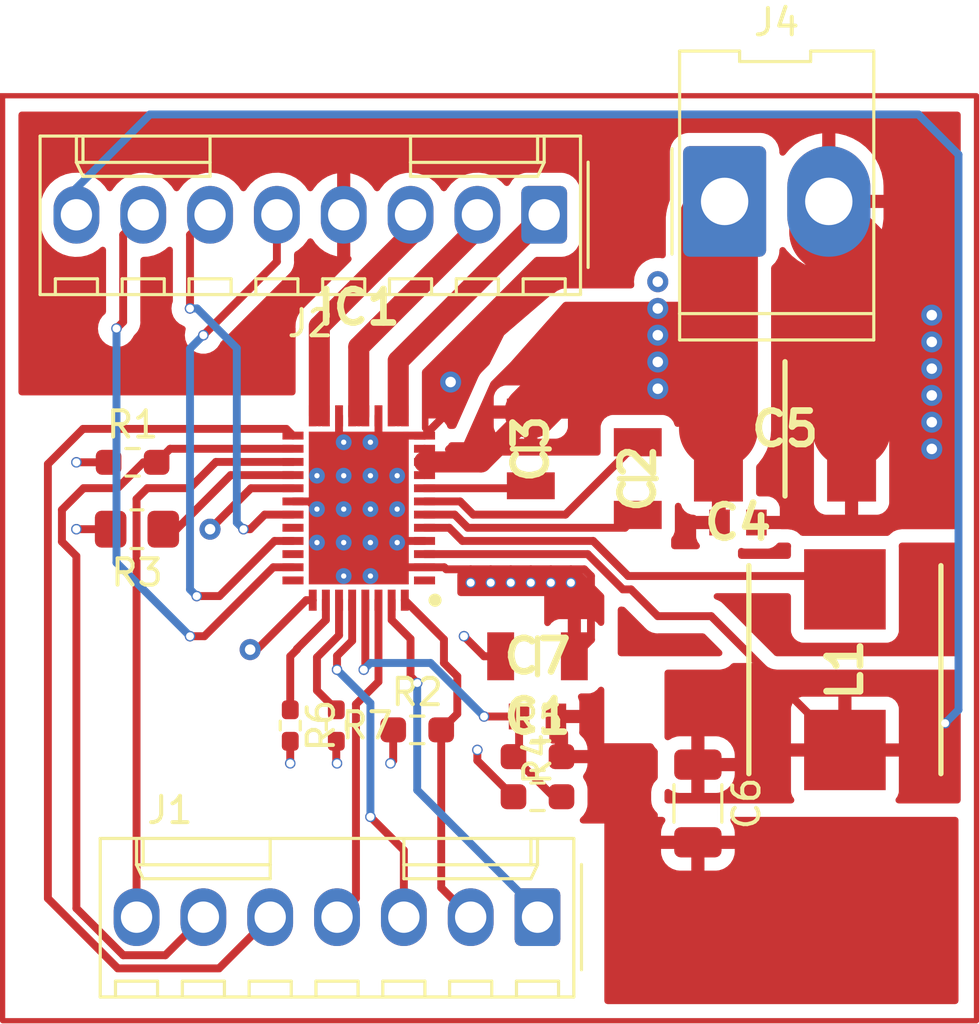
<source format=kicad_pcb>
(kicad_pcb (version 20221018) (generator pcbnew)
  (layers (0 "F.Cu" signal) (1 "In1.Cu" signal) (2 "In2.Cu" signal) (31 "B.Cu" signal) (34 "B.Paste" user) (35 "F.Paste" user) (36 "B.SilkS" user "B.Silkscreen") (37 "F.SilkS" user "F.Silkscreen") (38 "B.Mask" user) (39 "F.Mask" user) (44 "Edge.Cuts" user))
  (net 0 "")
  (net 1 "Net-(IC1-ILIM)")
  (net 2 "GND")
  (net 3 "/Motor Driver/VM")
  (net 4 "/Motor Driver/SW_BK")
  (net 5 "Net-(IC1-CP)")
  (net 6 "/Motor Driver/AVDD")
  (net 7 "Net-(IC1-CPH)")
  (net 8 "Net-(IC1-CPL)")
  (net 9 "/Motor Driver/U")
  (net 10 "/Motor Driver/V")
  (net 12 "Net-(IC1-SW_BK)")
  (net 13 "Net-(IC1-VSEL_BK)")
  (net 17 "Net-(IC1-SLEW)")
  (net 18 "Net-(IC1-ADVANCE)")
  (net 19 "/Motor Driver/W")
  (net 20 "/Motor Driver/DRVOFF")
  (net 21 "/Motor Driver/nFAULT")
  (net 22 "/Motor Driver/nSleep")
  (net 23 "/Motor Driver/H1")
  (net 24 "/Motor Driver/H2")
  (net 25 "/Motor Driver/H3")
  (net 26 "/Motor Driver/DIR")
  (net 27 "/Motor Driver/BRAKE")
  (net 28 "/Motor Driver/PWM")
  (net 29 "/Motor Driver/FGOUT")
  (footprint "SamacSys_Parts:CAPC3216X180N" (layer "F.Cu") (at 133.604 80.882 -90)
    (fp_text reference "C2" (at 0 0 90) (layer "F.SilkS") (effects (font (size 1.27 1.27) (thickness 0.254))))
    (fp_text value "47nF" hide)
    (pad "1" smd rect (at -1.38 0 270) (size 1.07 1.82) (layers "F.Cu" "F.Paste" "F.Mask") (net 7 "Net-(IC1-CPH)"))
    (pad "2" smd rect (at 1.38 0 270) (size 1.07 1.82) (layers "F.Cu" "F.Paste" "F.Mask") (net 8 "Net-(IC1-CPL)"))
  )
  (footprint "Resistor_SMD:R_0603_1608Metric_Pad0.98x0.95mm_HandSolder" (layer "F.Cu") (at 114.4035 80.264)
    (fp_text reference "R1" (at 0 -1.43) (layer "F.SilkS"))
    (fp_text value "5k1")
    (pad "1" smd roundrect (at -0.9125 0) (size 0.975 0.95) (layers "F.Cu" "F.Paste" "F.Mask") (net 6 "/Motor Driver/AVDD"))
    (pad "2" smd roundrect (at 0.9125 0) (size 0.975 0.95) (layers "F.Cu" "F.Paste" "F.Mask") (net 21 "/Motor Driver/nFAULT"))
  )
  (footprint "Resistor_SMD:R_0402_1005Metric_Pad0.72x0.64mm_HandSolder" (layer "F.Cu") (at 120.396 90.2595 -90)
    (fp_text reference "R6" (at 0 -1.17 90) (layer "F.SilkS"))
    (fp_text value "47k")
    (pad "1" smd roundrect (at -0.5975 0 270) (size 0.715 0.64) (layers "F.Cu" "F.Paste" "F.Mask") (net 17 "Net-(IC1-SLEW)"))
    (pad "2" smd roundrect (at 0.5975 0 270) (size 0.715 0.64) (layers "F.Cu" "F.Paste" "F.Mask") (net 6 "/Motor Driver/AVDD"))
  )
  (footprint "SamacSys_Parts:CAPC1608X95N" (layer "F.Cu") (at 137.414 82.55)
    (fp_text reference "C4" (at 0 0) (layer "F.SilkS") (effects (font (size 1.27 1.27) (thickness 0.254))))
    (fp_text value "0u1F" hide)
    (pad "1" smd rect (at -0.7 0) (size 0.78 0.98) (layers "F.Cu" "F.Paste" "F.Mask") (net 3 "/Motor Driver/VM"))
    (pad "2" smd rect (at 0.7 0) (size 0.78 0.98) (layers "F.Cu" "F.Paste" "F.Mask") (net 2 "GND"))
  )
  (footprint "Capacitor_SMD:C_1206_3216Metric" (layer "F.Cu") (at 135.89 93.218 -90)
    (fp_text reference "C6" (at 0 -1.85 90) (layer "F.SilkS"))
    (fp_text value "22uF")
    (pad "1" smd roundrect (at -1.475 0 270) (size 1.15 1.8) (layers "F.Cu" "F.Paste" "F.Mask") (roundrect_rratio 0.217391) (net 4 "/Motor Driver/SW_BK"))
    (pad "2" smd roundrect (at 1.475 0 270) (size 1.15 1.8) (layers "F.Cu" "F.Paste" "F.Mask") (roundrect_rratio 0.217391) (net 2 "GND"))
  )
  (footprint "SamacSys_Parts:CAPC1608X95N" (layer "F.Cu") (at 129.794 89.916)
    (fp_text reference "C1" (at 0 0) (layer "F.SilkS") (effects (font (size 1.27 1.27) (thickness 0.254))))
    (fp_text value "0u1F" hide)
    (pad "1" smd rect (at -0.7 0) (size 0.78 0.98) (layers "F.Cu" "F.Paste" "F.Mask") (net 1 "Net-(IC1-ILIM)"))
    (pad "2" smd rect (at 0.7 0) (size 0.78 0.98) (layers "F.Cu" "F.Paste" "F.Mask") (net 2 "GND"))
  )
  (footprint "Connector_Molex:Molex_KK-254_AE-6410-08A_1x08_P2.54mm_Vertical" (layer "F.Cu") (at 130.048 70.866 180)
    (fp_text reference "J2" (at 8.89 -4.12) (layer "F.SilkS"))
    (fp_text value "Motor")
    (pad "1" thru_hole roundrect (at 0 0 180) (size 1.74 2.19) (drill 1.19) (layers "*.Cu" "*.Mask") (roundrect_rratio 0.143678) (net 9 "/Motor Driver/U"))
    (pad "2" thru_hole oval (at 2.54 0 180) (size 1.74 2.19) (drill 1.19) (layers "*.Cu" "*.Mask") (net 10 "/Motor Driver/V"))
    (pad "3" thru_hole oval (at 5.08 0 180) (size 1.74 2.19) (drill 1.19) (layers "*.Cu" "*.Mask") (net 19 "/Motor Driver/W"))
    (pad "4" thru_hole oval (at 7.62 0 180) (size 1.74 2.19) (drill 1.19) (layers "*.Cu" "*.Mask") (net 2 "GND"))
    (pad "5" thru_hole oval (at 10.16 0 180) (size 1.74 2.19) (drill 1.19) (layers "*.Cu" "*.Mask") (net 24 "/Motor Driver/H2"))
    (pad "6" thru_hole oval (at 12.7 0 180) (size 1.74 2.19) (drill 1.19) (layers "*.Cu" "*.Mask") (net 23 "/Motor Driver/H1"))
    (pad "7" thru_hole oval (at 15.24 0 180) (size 1.74 2.19) (drill 1.19) (layers "*.Cu" "*.Mask") (net 25 "/Motor Driver/H3"))
    (pad "8" thru_hole oval (at 17.78 0 180) (size 1.74 2.19) (drill 1.19) (layers "*.Cu" "*.Mask") (net 4 "/Motor Driver/SW_BK"))
  )
  (footprint "Connector_Molex:Molex_KK-254_AE-6410-07A_1x07_P2.54mm_Vertical" (layer "F.Cu") (at 129.794 97.536 180)
    (fp_text reference "J1" (at 13.97 4.064) (layer "F.SilkS"))
    (fp_text value "Conn_01x07")
    (pad "1" thru_hole roundrect (at 0 0 180) (size 1.74 2.19) (drill 1.19) (layers "*.Cu" "*.Mask") (roundrect_rratio 0.143678) (net 28 "/Motor Driver/PWM"))
    (pad "2" thru_hole oval (at 2.54 0 180) (size 1.74 2.19) (drill 1.19) (layers "*.Cu" "*.Mask") (net 29 "/Motor Driver/FGOUT"))
    (pad "3" thru_hole oval (at 5.08 0 180) (size 1.74 2.19) (drill 1.19) (layers "*.Cu" "*.Mask") (net 26 "/Motor Driver/DIR"))
    (pad "4" thru_hole oval (at 7.62 0 180) (size 1.74 2.19) (drill 1.19) (layers "*.Cu" "*.Mask") (net 27 "/Motor Driver/BRAKE"))
    (pad "5" thru_hole oval (at 10.16 0 180) (size 1.74 2.19) (drill 1.19) (layers "*.Cu" "*.Mask") (net 20 "/Motor Driver/DRVOFF"))
    (pad "6" thru_hole oval (at 12.7 0 180) (size 1.74 2.19) (drill 1.19) (layers "*.Cu" "*.Mask") (net 21 "/Motor Driver/nFAULT"))
    (pad "7" thru_hole oval (at 15.24 0 180) (size 1.74 2.19) (drill 1.19) (layers "*.Cu" "*.Mask") (net 22 "/Motor Driver/nSleep"))
  )
  (footprint "SamacSys_Parts:CAPC3216X178N" (layer "F.Cu") (at 129.54 79.756 90)
    (fp_text reference "C3" (at 0 0 90) (layer "F.SilkS") (effects (font (size 1.27 1.27) (thickness 0.254))))
    (fp_text value "1uF" hide)
    (pad "1" smd rect (at -1.4 0 90) (size 1.02 1.82) (layers "F.Cu" "F.Paste" "F.Mask") (net 5 "Net-(IC1-CP)"))
    (pad "2" smd rect (at 1.4 0 90) (size 1.02 1.82) (layers "F.Cu" "F.Paste" "F.Mask") (net 3 "/Motor Driver/VM"))
  )
  (footprint "Resistor_SMD:R_0603_1608Metric_Pad0.98x0.95mm_HandSolder" (layer "F.Cu") (at 129.794 91.44)
    (fp_text reference "R5" (at 0 -1.43) (layer "F.SilkS"))
    (fp_text value "20k")
    (pad "1" smd roundrect (at -0.9125 0) (size 0.975 0.95) (layers "F.Cu" "F.Paste" "F.Mask") (net 1 "Net-(IC1-ILIM)"))
    (pad "2" smd roundrect (at 0.9125 0) (size 0.975 0.95) (layers "F.Cu" "F.Paste" "F.Mask") (net 2 "GND"))
  )
  (footprint "SamacSys_Parts:INDPM7973X540N" (layer "F.Cu") (at 141.478 88.138 -90)
    (fp_text reference "L1" (at 0 0 90) (layer "F.SilkS") (effects (font (size 1.27 1.27) (thickness 0.254))))
    (fp_text value "47uH" hide)
    (pad "1" smd rect (at -3.05 0 270) (size 3.05 3.1) (layers "F.Cu" "F.Paste" "F.Mask") (net 12 "Net-(IC1-SW_BK)"))
    (pad "2" smd rect (at 3.05 0 270) (size 3.05 3.1) (layers "F.Cu" "F.Paste" "F.Mask") (net 4 "/Motor Driver/SW_BK"))
  )
  (footprint "Resistor_SMD:R_0603_1608Metric_Pad0.98x0.95mm_HandSolder" (layer "F.Cu") (at 125.222 90.424)
    (fp_text reference "R2" (at 0 -1.43) (layer "F.SilkS"))
    (fp_text value "5k1")
    (pad "1" smd roundrect (at -0.9125 0) (size 0.975 0.95) (layers "F.Cu" "F.Paste" "F.Mask") (net 6 "/Motor Driver/AVDD"))
    (pad "2" smd roundrect (at 0.9125 0) (size 0.975 0.95) (layers "F.Cu" "F.Paste" "F.Mask") (net 29 "/Motor Driver/FGOUT"))
  )
  (footprint "Connector_Molex:Molex_KK-396_5273-02A_1x02_P3.96mm_Vertical" (layer "F.Cu") (at 136.906 70.358)
    (fp_text reference "J4" (at 1.98 -6.8) (layer "F.SilkS"))
    (fp_text value "Conn_01x02")
    (pad "1" thru_hole roundrect (at 0 0) (size 3.16 4.2) (drill 1.8) (layers "*.Cu" "*.Mask") (roundrect_rratio 0.079114) (net 3 "/Motor Driver/VM"))
    (pad "2" thru_hole oval (at 3.96 0) (size 3.16 4.2) (drill 1.8) (layers "*.Cu" "*.Mask") (net 2 "GND"))
  )
  (footprint "SamacSys_Parts:CAPC3216X178N" (layer "F.Cu") (at 129.794 87.63)
    (fp_text reference "C7" (at 0 0) (layer "F.SilkS") (effects (font (size 1.27 1.27) (thickness 0.254))))
    (fp_text value "1uF" hide)
    (pad "1" smd rect (at -1.4 0) (size 1.02 1.82) (layers "F.Cu" "F.Paste" "F.Mask") (net 6 "/Motor Driver/AVDD"))
    (pad "2" smd rect (at 1.4 0) (size 1.02 1.82) (layers "F.Cu" "F.Paste" "F.Mask") (net 2 "GND"))
  )
  (footprint "Resistor_SMD:R_0603_1608Metric_Pad0.98x0.95mm_HandSolder" (layer "F.Cu") (at 129.794 92.964)
    (fp_text reference "R4" (at 0 -1.43 90) (layer "F.SilkS"))
    (fp_text value "27k")
    (pad "1" smd roundrect (at -0.9125 0) (size 0.975 0.95) (layers "F.Cu" "F.Paste" "F.Mask") (net 6 "/Motor Driver/AVDD"))
    (pad "2" smd roundrect (at 0.9125 0) (size 0.975 0.95) (layers "F.Cu" "F.Paste" "F.Mask") (net 1 "Net-(IC1-ILIM)"))
  )
  (footprint "Resistor_SMD:R_0402_1005Metric_Pad0.72x0.64mm_HandSolder" (layer "F.Cu") (at 122.146 90.2595 -90)
    (fp_text reference "R7" (at 0 -1.17) (layer "F.SilkS"))
    (fp_text value "22k")
    (pad "1" smd roundrect (at -0.5975 0 270) (size 0.715 0.64) (layers "F.Cu" "F.Paste" "F.Mask") (net 18 "Net-(IC1-ADVANCE)"))
    (pad "2" smd roundrect (at 0.5975 0 270) (size 0.715 0.64) (layers "F.Cu" "F.Paste" "F.Mask") (net 6 "/Motor Driver/AVDD"))
  )
  (footprint "SamacSys_Parts:CAPC6153X500N" (layer "F.Cu") (at 139.202 78.994)
    (fp_text reference "C5" (at 0 0) (layer "F.SilkS") (effects (font (size 1.27 1.27) (thickness 0.254))))
    (fp_text value ">=10uF" hide)
    (pad "1" smd rect (at -2.53 0) (size 1.86 5.52) (layers "F.Cu" "F.Paste" "F.Mask") (net 3 "/Motor Driver/VM"))
    (pad "2" smd rect (at 2.53 0) (size 1.86 5.52) (layers "F.Cu" "F.Paste" "F.Mask") (net 2 "GND"))
  )
  (footprint "Resistor_SMD:R_0805_2012Metric_Pad1.20x1.40mm_HandSolder" (layer "F.Cu") (at 114.57 82.804 180)
    (fp_text reference "R3" (at 0 -1.65) (layer "F.SilkS"))
    (fp_text value "1M")
    (pad "1" smd roundrect (at -1 0 180) (size 1.2 1.4) (layers "F.Cu" "F.Paste" "F.Mask") (roundrect_rratio 0.208333) (net 13 "Net-(IC1-VSEL_BK)"))
    (pad "2" smd roundrect (at 1 0 180) (size 1.2 1.4) (layers "F.Cu" "F.Paste" "F.Mask") (roundrect_rratio 0.208333) (net 6 "/Motor Driver/AVDD"))
  )
  (footprint "SamacSys_Parts:QFN50P500X700X100-41N-D" (layer "F.Cu") (at 123 82 180)
    (fp_text reference "IC1" (at 0 7.62) (layer "F.SilkS") (effects (font (size 1.27 1.27) (thickness 0.254))))
    (fp_text value "MCT8316Z0TQRGFRQ1" hide)
    (pad "1" smd rect (at -2.5 -2.75 270) (size 0.3 0.8) (layers "F.Cu" "F.Paste" "F.Mask"))
    (pad "2" smd rect (at -2.5 -2.25 270) (size 0.3 0.8) (layers "F.Cu" "F.Paste" "F.Mask") (net 2 "GND"))
    (pad "3" smd rect (at -2.5 -1.75 270) (size 0.3 0.8) (layers "F.Cu" "F.Paste" "F.Mask") (net 4 "/Motor Driver/SW_BK"))
    (pad "4" smd rect (at -2.5 -1.25 270) (size 0.3 0.8) (layers "F.Cu" "F.Paste" "F.Mask") (net 2 "GND"))
    (pad "5" smd rect (at -2.5 -0.75 270) (size 0.3 0.8) (layers "F.Cu" "F.Paste" "F.Mask") (net 12 "Net-(IC1-SW_BK)"))
    (pad "6" smd rect (at -2.5 -0.25 270) (size 0.3 0.8) (layers "F.Cu" "F.Paste" "F.Mask") (net 8 "Net-(IC1-CPL)"))
    (pad "7" smd rect (at -2.5 0.25 270) (size 0.3 0.8) (layers "F.Cu" "F.Paste" "F.Mask") (net 7 "Net-(IC1-CPH)"))
    (pad "8" smd rect (at -2.5 0.75 270) (size 0.3 0.8) (layers "F.Cu" "F.Paste" "F.Mask") (net 5 "Net-(IC1-CP)"))
    (pad "9" smd rect (at -2.5 1.25 270) (size 0.3 0.8) (layers "F.Cu" "F.Paste" "F.Mask") (net 3 "/Motor Driver/VM"))
    (pad "10" smd rect (at -2.5 1.75 270) (size 0.3 0.8) (layers "F.Cu" "F.Paste" "F.Mask") (net 3 "/Motor Driver/VM"))
    (pad "11" smd rect (at -2.5 2.25 270) (size 0.3 0.8) (layers "F.Cu" "F.Paste" "F.Mask") (net 3 "/Motor Driver/VM"))
    (pad "12" smd rect (at -2.5 2.75 270) (size 0.3 0.8) (layers "F.Cu" "F.Paste" "F.Mask") (net 2 "GND"))
    (pad "13" smd rect (at -1.75 3.5 180) (size 0.3 0.8) (layers "F.Cu" "F.Paste" "F.Mask") (net 9 "/Motor Driver/U"))
    (pad "14" smd rect (at -1.25 3.5 180) (size 0.3 0.8) (layers "F.Cu" "F.Paste" "F.Mask") (net 9 "/Motor Driver/U"))
    (pad "15" smd rect (at -0.75 3.5 180) (size 0.3 0.8) (layers "F.Cu" "F.Paste" "F.Mask") (net 2 "GND"))
    (pad "16" smd rect (at -0.25 3.5 180) (size 0.3 0.8) (layers "F.Cu" "F.Paste" "F.Mask") (net 10 "/Motor Driver/V"))
    (pad "17" smd rect (at 0.25 3.5 180) (size 0.3 0.8) (layers "F.Cu" "F.Paste" "F.Mask") (net 10 "/Motor Driver/V"))
    (pad "18" smd rect (at 0.75 3.5 180) (size 0.3 0.8) (layers "F.Cu" "F.Paste" "F.Mask") (net 2 "GND"))
    (pad "19" smd rect (at 1.25 3.5 180) (size 0.3 0.8) (layers "F.Cu" "F.Paste" "F.Mask") (net 19 "/Motor Driver/W"))
    (pad "20" smd rect (at 1.75 3.5 180) (size 0.3 0.8) (layers "F.Cu" "F.Paste" "F.Mask") (net 19 "/Motor Driver/W"))
    (pad "21" smd rect (at 2.5 2.75 270) (size 0.3 0.8) (layers "F.Cu" "F.Paste" "F.Mask") (net 20 "/Motor Driver/DRVOFF"))
    (pad "22" smd rect (at 2.5 2.25 270) (size 0.3 0.8) (layers "F.Cu" "F.Paste" "F.Mask") (net 21 "/Motor Driver/nFAULT"))
    (pad "23" smd rect (at 2.5 1.75 270) (size 0.3 0.8) (layers "F.Cu" "F.Paste" "F.Mask") (net 22 "/Motor Driver/nSleep"))
    (pad "24" smd rect (at 2.5 1.25 270) (size 0.3 0.8) (layers "F.Cu" "F.Paste" "F.Mask") (net 13 "Net-(IC1-VSEL_BK)"))
    (pad "25" smd rect (at 2.5 0.75 270) (size 0.3 0.8) (layers "F.Cu" "F.Paste" "F.Mask") (net 6 "/Motor Driver/AVDD"))
    (pad "26" smd rect (at 2.5 0.25 270) (size 0.3 0.8) (layers "F.Cu" "F.Paste" "F.Mask") (net 2 "GND"))
    (pad "27" smd rect (at 2.5 -0.25 270) (size 0.3 0.8) (layers "F.Cu" "F.Paste" "F.Mask") (net 23 "/Motor Driver/H1"))
    (pad "28" smd rect (at 2.5 -0.75 270) (size 0.3 0.8) (layers "F.Cu" "F.Paste" "F.Mask"))
    (pad "29" smd rect (at 2.5 -1.25 270) (size 0.3 0.8) (layers "F.Cu" "F.Paste" "F.Mask") (net 24 "/Motor Driver/H2"))
    (pad "30" smd rect (at 2.5 -1.75 270) (size 0.3 0.8) (layers "F.Cu" "F.Paste" "F.Mask"))
    (pad "31" smd rect (at 2.5 -2.25 270) (size 0.3 0.8) (layers "F.Cu" "F.Paste" "F.Mask") (net 25 "/Motor Driver/H3"))
    (pad "32" smd rect (at 2.5 -2.75 270) (size 0.3 0.8) (layers "F.Cu" "F.Paste" "F.Mask"))
    (pad "33" smd rect (at 1.75 -3.5 180) (size 0.3 0.8) (layers "F.Cu" "F.Paste" "F.Mask") (net 6 "/Motor Driver/AVDD"))
    (pad "34" smd rect (at 1.25 -3.5 180) (size 0.3 0.8) (layers "F.Cu" "F.Paste" "F.Mask") (net 17 "Net-(IC1-SLEW)"))
    (pad "35" smd rect (at 0.75 -3.5 180) (size 0.3 0.8) (layers "F.Cu" "F.Paste" "F.Mask") (net 18 "Net-(IC1-ADVANCE)"))
    (pad "36" smd rect (at 0.25 -3.5 180) (size 0.3 0.8) (layers "F.Cu" "F.Paste" "F.Mask") (net 26 "/Motor Driver/DIR"))
    (pad "37" smd rect (at -0.25 -3.5 180) (size 0.3 0.8) (layers "F.Cu" "F.Paste" "F.Mask") (net 1 "Net-(IC1-ILIM)"))
    (pad "38" smd rect (at -0.75 -3.5 180) (size 0.3 0.8) (layers "F.Cu" "F.Paste" "F.Mask") (net 27 "/Motor Driver/BRAKE"))
    (pad "39" smd rect (at -1.25 -3.5 180) (size 0.3 0.8) (layers "F.Cu" "F.Paste" "F.Mask") (net 28 "/Motor Driver/PWM"))
    (pad "40" smd rect (at -1.75 -3.5 180) (size 0.3 0.8) (layers "F.Cu" "F.Paste" "F.Mask") (net 29 "/Motor Driver/FGOUT"))
    (pad "41" smd rect (at 0 0 180) (size 3.8 5.8) (layers "F.Cu" "F.Paste" "F.Mask") (net 2 "GND"))
  )
  (gr_rect (start 109.464 66.346) (end 146.48 101.468) (stroke (width 0.2)) (fill none) (layer "F.Cu"))
  (segment (start 123.19 88.138) (end 123.25 88.078) (width 0.3) (layer "F.Cu") (net 1))
  (segment (start 129.094 91.2275) (end 129.094 89.916) (width 0.3) (layer "F.Cu") (net 1))
  (segment (start 130.4055 92.964) (end 128.8815 91.44) (width 0.3) (layer "F.Cu") (net 1))
  (segment (start 128.8815 91.44) (end 129.094 91.2275) (width 0.3) (layer "F.Cu") (net 1))
  (segment (start 130.7065 92.964) (end 130.4055 92.964) (width 0.3) (layer "F.Cu") (net 1))
  (segment (start 123.25 88.078) (end 123.25 85.5) (width 0.3) (layer "F.Cu") (net 1))
  (segment (start 129.094 89.916) (end 127.762 89.916) (width 0.3) (layer "F.Cu") (net 1))
  (via (at 123.19 88.138) (size 0.4) (drill 0.3) (layers "F.Cu" "B.Cu") (net 1))
  (via (at 127.762 89.916) (size 0.4) (drill 0.3) (layers "F.Cu" "B.Cu") (net 1))
  (segment (start 123.444 87.884) (end 123.19 88.138) (width 0.3) (layer "B.Cu") (net 1))
  (segment (start 125.73 87.884) (end 123.444 87.884) (width 0.3) (layer "B.Cu") (net 1))
  (segment (start 127.762 89.916) (end 125.73 87.884) (width 0.3) (layer "B.Cu") (net 1))
  (segment (start 129.54 84.328) (end 130.302 84.328) (width 0.3) (layer "F.Cu") (net 2))
  (segment (start 125.5 79.25) (end 126.492 78.258) (width 0.3) (layer "F.Cu") (net 2))
  (segment (start 122.136 81.75) (end 122.428 82.042) (width 0.3) (layer "F.Cu") (net 2))
  (segment (start 123.75 79.554) (end 123.75 80.72) (width 0.3) (layer "F.Cu") (net 2))
  (segment (start 123 82.5) (end 123 82) (width 0.3) (layer "F.Cu") (net 2))
  (segment (start 128.778 84.328) (end 129.54 84.328) (width 0.3) (layer "F.Cu") (net 2))
  (segment (start 121.412 82.042) (end 121.704 81.75) (width 0.3) (layer "F.Cu") (net 2))
  (segment (start 131.064 84.328) (end 131.064 84.836) (width 0.3) (layer "F.Cu") (net 2))
  (segment (start 125.5 79.25) (end 124.75 79.25) (width 0.3) (layer "F.Cu") (net 2))
  (segment (start 131.064 84.328) (end 131.572 84.328) (width 0.3) (layer "F.Cu") (net 2))
  (segment (start 126.328 84.328) (end 127.254 84.328) (width 0.3) (layer "F.Cu") (net 2))
  (segment (start 131.826 84.582) (end 131.826 86.998) (width 0.3) (layer "F.Cu") (net 2))
  (segment (start 141.732 72.39) (end 141.732 78.994) (width 3) (layer "F.Cu") (net 2))
  (segment (start 129.54 84.328) (end 129.54 84.836) (width 0.3) (layer "F.Cu") (net 2))
  (segment (start 122.428 80.772) (end 122.25 80.95) (width 0.3) (layer "F.Cu") (net 2))
  (segment (start 122.72 81.75) (end 122.75 81.75) (width 0.3) (layer "F.Cu") (net 2))
  (segment (start 124.066 83.566) (end 123.698 83.566) (width 0.3) (layer "F.Cu") (net 2))
  (segment (start 122.25 80.95) (end 122.25 81.25) (width 0.3) (layer "F.Cu") (net 2))
  (segment (start 143.002 75.946) (end 143.002 77.724) (width 0.3) (layer "F.Cu") (net 2))
  (segment (start 130.302 84.328) (end 130.302 84.836) (width 0.3) (layer "F.Cu") (net 2))
  (segment (start 123.75 81.25) (end 123 82) (width 0.3) (layer "F.Cu") (net 2))
  (segment (start 126.492 78.258) (end 126.492 77.216) (width 0.3) (layer "F.Cu") (net 2))
  (segment (start 144.78 78.74) (end 144.526 78.74) (width 0.3) (layer "F.Cu") (net 2))
  (segment (start 122.25 79.68) (end 122.25 80.594) (width 0.3) (layer "F.Cu") (net 2))
  (segment (start 140.866 71.524) (end 141.732 72.39) (width 3) (layer "F.Cu") (net 2))
  (segment (start 127.254 84.328) (end 127.254 84.836) (width 0.3) (layer "F.Cu") (net 2))
  (segment (start 121.12 81.75) (end 121.412 82.042) (width 0.3) (layer "F.Cu") (net 2))
  (segment (start 144.78 79.756) (end 144.78 78.994) (width 0.3) (layer "F.Cu") (net 2))
  (segment (start 122.428 82.042) (end 122.72 81.75) (width 0.3) (layer "F.Cu") (net 2))
  (segment (start 138.114 82.55) (end 141.478 82.55) (width 0.3) (layer "F.Cu") (net 2))
  (segment (start 140.866 70.358) (end 140.866 71.524) (width 3) (layer "F.Cu") (net 2))
  (segment (start 123.75 79.45) (end 123.698 79.502) (width 0.3) (layer "F.Cu") (net 2))
  (segment (start 127.254 84.328) (end 128.016 84.328) (width 0.3) (layer "F.Cu") (net 2))
  (segment (start 128.778 84.328) (end 128.778 84.836) (width 0.3) (layer "F.Cu") (net 2))
  (segment (start 123.75 78.5) (end 123.75 79.45) (width 0.3) (layer "F.Cu") (net 2))
  (segment (start 123.698 83.198) (end 123 82.5) (width 0.3) (layer "F.Cu") (net 2))
  (segment (start 124.75 79.25) (end 123 81) (width 0.3) (layer "F.Cu") (net 2))
  (segment (start 122.25 80.594) (end 122.428 80.772) (width 0.3) (layer "F.Cu") (net 2))
  (segment (start 141.478 82.55) (end 141.732 82.296) (width 0.3) (layer "F.Cu") (net 2))
  (segment (start 124.25 83.25) (end 123 82) (width 0.3) (layer "F.Cu") (net 2))
  (segment (start 131.826 86.998) (end 131.194 87.63) (width 0.3) (layer "F.Cu") (net 2))
  (segment (start 124.46 83.566) (end 124.066 83.566) (width 0.3) (layer "F.Cu") (net 2))
  (segment (start 141.732 82.296) (end 141.732 78.994) (width 0.3) (layer "F.Cu") (net 2))
  (segment (start 120.5 81.75) (end 121.12 81.75) (width 0.3) (layer "F.Cu") (net 2))
  (segment (start 130.302 84.328) (end 131.064 84.328) (width 0.3) (layer "F.Cu") (net 2))
  (segment (start 124.066 83.566) (end 124.066 83.566) (width 0.3) (layer "F.Cu") (net 2))
  (segment (start 131.572 84.328) (end 131.826 84.582) (width 0.3) (layer "F.Cu") (net 2))
  (segment (start 125.5 84.25) (end 124.75 84.25) (width 0.3) (layer "F.Cu") (net 2))
  (segment (start 123 81) (end 123 82) (width 0.3) (layer "F.Cu") (net 2))
  (segment (start 123.75 80.824) (end 123.75 81.25) (width 0.3) (layer "F.Cu") (net 2))
  (segment (start 122.428 79.502) (end 122.25 79.68) (width 0.3) (layer "F.Cu") (net 2))
  (segment (start 123.698 80.772) (end 123.75 80.824) (width 0.3) (layer "F.Cu") (net 2))
  (segment (start 122.25 78.5) (end 122.25 79.324) (width 0.3) (layer "F.Cu") (net 2))
  (segment (start 128.016 84.328) (end 128.016 84.836) (width 0.3) (layer "F.Cu") (net 2))
  (segment (start 122.25 81.25) (end 123 82) (width 0.3) (layer "F.Cu") (net 2))
  (segment (start 122.25 79.324) (end 122.428 79.502) (width 0.3) (layer "F.Cu") (net 2))
  (segment (start 126.25 84.25) (end 126.328 84.328) (width 0.3) (layer "F.Cu") (net 2))
  (segment (start 125.5 83.25) (end 124.25 83.25) (width 0.3) (layer "F.Cu") (net 2))
  (segment (start 122.75 81.75) (end 123 82) (width 0.3) (layer "F.Cu") (net 2))
  (segment (start 124.75 84.25) (end 124.46 83.96) (width 0.3) (layer "F.Cu") (net 2))
  (segment (start 123.698 79.502) (end 123.75 79.554) (width 0.3) (layer "F.Cu") (net 2))
  (segment (start 143.002 77.724) (end 141.732 78.994) (width 0.3) (layer "F.Cu") (net 2))
  (segment (start 123.698 83.566) (end 123.698 83.198) (width 0.3) (layer "F.Cu") (net 2))
  (segment (start 128.016 84.328) (end 128.778 84.328) (width 0.3) (layer "F.Cu") (net 2))
  (segment (start 121.704 81.75) (end 122.136 81.75) (width 0.3) (layer "F.Cu") (net 2))
  (segment (start 123.75 80.72) (end 123.698 80.772) (width 0.3) (layer "F.Cu") (net 2))
  (segment (start 125.5 84.25) (end 126.25 84.25) (width 0.3) (layer "F.Cu") (net 2))
  (segment (start 124.46 83.96) (end 124.46 83.566) (width 0.3) (layer "F.Cu") (net 2))
  (via (at 131.064 84.836) (size 0.4) (drill 0.3) (layers "F.Cu" "B.Cu") (net 2))
  (via (at 123.444 79.502) (size 0.6) (drill 0.2) (layers "F.Cu" "B.Cu") (net 2))
  (via (at 122.428 82.042) (size 0.6) (drill 0.2) (layers "F.Cu" "B.Cu") (net 2))
  (via (at 122.428 84.582) (size 0.6) (drill 0.2) (layers "F.Cu" "B.Cu") (net 2))
  (via (at 144.78 77.724) (size 0.8) (drill 0.4) (layers "F.Cu" "B.Cu") (net 2))
  (via (at 122.428 79.502) (size 0.6) (drill 0.2) (layers "F.Cu" "B.Cu") (net 2))
  (via (at 129.54 84.836) (size 0.4) (drill 0.3) (layers "F.Cu" "B.Cu") (net 2))
  (via (at 123.444 82.042) (size 0.6) (drill 0.2) (layers "F.Cu" "B.Cu") (net 2))
  (via (at 144.78 75.692) (size 0.8) (drill 0.4) (layers "F.Cu" "B.Cu") (net 2))
  (via (at 124.46 82.042) (size 0.6) (drill 0.2) (layers "F.Cu" "B.Cu") (net 2))
  (via (at 123.444 83.312) (size 0.6) (drill 0.2) (layers "F.Cu" "B.Cu") (net 2))
  (via (at 122.428 80.772) (size 0.6) (drill 0.2) (layers "F.Cu" "B.Cu") (net 2))
  (via (at 144.78 76.708) (size 0.8) (drill 0.4) (layers "F.Cu" "B.Cu") (net 2))
  (via (at 144.78 78.74) (size 0.8) (drill 0.4) (layers "F.Cu" "B.Cu") (net 2))
  (via (at 121.412 82.042) (size 0.6) (drill 0.2) (layers "F.Cu" "B.Cu") (net 2))
  (via (at 127.254 84.836) (size 0.4) (drill 0.3) (layers "F.Cu" "B.Cu") (net 2))
  (via (at 123.444 84.582) (size 0.6) (drill 0.2) (layers "F.Cu" "B.Cu") (net 2))
  (via (at 144.78 74.676) (size 0.8) (drill 0.4) (layers "F.Cu" "B.Cu") (net 2))
  (via (at 128.016 84.836) (size 0.4) (drill 0.3) (layers "F.Cu" "B.Cu") (net 2))
  (via (at 124.46 83.312) (size 0.6) (drill 0.2) (layers "F.Cu" "B.Cu") (net 2))
  (via (at 128.778 84.836) (size 0.4) (drill 0.3) (layers "F.Cu" "B.Cu") (net 2))
  (via (at 126.492 77.216) (size 0.8) (drill 0.4) (layers "F.Cu" "B.Cu") (net 2))
  (via (at 124.46 80.772) (size 0.6) (drill 0.2) (layers "F.Cu" "B.Cu") (net 2))
  (via (at 121.412 80.772) (size 0.6) (drill 0.2) (layers "F.Cu" "B.Cu") (net 2))
  (via (at 121.412 83.312) (size 0.6) (drill 0.2) (layers "F.Cu" "B.Cu") (net 2))
  (via (at 123.444 80.772) (size 0.6) (drill 0.2) (layers "F.Cu" "B.Cu") (net 2))
  (via (at 130.302 84.836) (size 0.4) (drill 0.3) (layers "F.Cu" "B.Cu") (net 2))
  (via (at 122.428 83.312) (size 0.6) (drill 0.2) (layers "F.Cu" "B.Cu") (net 2))
  (via (at 144.78 79.756) (size 0.8) (drill 0.4) (layers "F.Cu" "B.Cu") (net 2))
  (segment (start 136.164 75.438) (end 136.672 75.946) (width 0.3) (layer "F.Cu") (net 3))
  (segment (start 136.164 76.454) (end 136.672 76.962) (width 0.3) (layer "F.Cu") (net 3))
  (segment (start 133.624 75.946) (end 136.672 78.994) (width 2) (layer "F.Cu") (net 3))
  (segment (start 136.672 78.994) (end 136.672 71.1) (width 3) (layer "F.Cu") (net 3))
  (segment (start 136.672 76.962) (end 136.672 78.994) (width 0.3) (layer "F.Cu") (net 3))
  (segment (start 136.714 82.55) (end 136.714 79.036) (width 0.3) (layer "F.Cu") (net 3))
  (segment (start 127.646 80.25) (end 129.54 78.356) (width 0.8) (layer "F.Cu") (net 3))
  (segment (start 125.5 80.25) (end 127.646 80.25) (width 0.8) (layer "F.Cu") (net 3))
  (segment (start 131.95 75.946) (end 133.624 75.946) (width 2) (layer "F.Cu") (net 3))
  (segment (start 125.5 79.75) (end 125.5 80.25) (width 0.3) (layer "F.Cu") (net 3))
  (segment (start 136.906 70.866) (end 136.906 70.358) (width 3) (layer "F.Cu") (net 3))
  (segment (start 125.5 80.75) (end 125.5 80.25) (width 0.3) (layer "F.Cu") (net 3))
  (segment (start 136.672 71.1) (end 136.906 70.866) (width 3) (layer "F.Cu") (net 3))
  (segment (start 134.366 73.406) (end 134.366 73.64) (width 0.3) (layer "F.Cu") (net 3))
  (segment (start 129.54 78.356) (end 131.95 75.946) (width 2) (layer "F.Cu") (net 3))
  (segment (start 136.672 75.946) (end 136.672 78.994) (width 0.3) (layer "F.Cu") (net 3))
  (segment (start 136.714 79.036) (end 136.672 78.994) (width 0.3) (layer "F.Cu") (net 3))
  (via (at 134.366 76.454) (size 0.8) (drill 0.4) (layers "F.Cu" "B.Cu") (net 3))
  (via (at 134.366 74.422) (size 0.8) (drill 0.4) (layers "F.Cu" "B.Cu") (net 3))
  (via (at 134.366 77.47) (size 0.8) (drill 0.4) (layers "F.Cu" "B.Cu") (net 3))
  (via (at 134.366 75.438) (size 0.8) (drill 0.4) (layers "F.Cu" "B.Cu") (net 3))
  (via (at 134.366 73.406) (size 0.8) (drill 0.4) (layers "F.Cu" "B.Cu") (net 3))
  (segment (start 134.366 86.106) (end 136.396 86.106) (width 0.3) (layer "F.Cu") (net 4))
  (segment (start 125.5 83.75) (end 131.701106 83.75) (width 0.3) (layer "F.Cu") (net 4))
  (segment (start 131.701106 83.75) (end 133.041106 85.09) (width 0.3) (layer "F.Cu") (net 4))
  (segment (start 144.27 91.188) (end 141.478 91.188) (width 0.3) (layer "F.Cu") (net 4))
  (segment (start 133.35 85.09) (end 134.366 86.106) (width 0.3) (layer "F.Cu") (net 4))
  (segment (start 136.396 86.106) (end 141.478 91.188) (width 0.3) (layer "F.Cu") (net 4))
  (segment (start 133.041106 85.09) (end 133.35 85.09) (width 0.3) (layer "F.Cu") (net 4))
  (segment (start 145.288 90.17) (end 144.27 91.188) (width 0.3) (layer "F.Cu") (net 4))
  (via (at 145.288 90.17) (size 0.4) (drill 0.3) (layers "F.Cu" "B.Cu") (net 4))
  (segment (start 144.272 67.056) (end 115.062 67.056) (width 0.3) (layer "B.Cu") (net 4))
  (segment (start 145.796 68.58) (end 144.272 67.056) (width 0.3) (layer "B.Cu") (net 4))
  (segment (start 145.796 89.662) (end 145.796 68.58) (width 0.3) (layer "B.Cu") (net 4))
  (segment (start 145.288 90.17) (end 145.796 89.662) (width 0.3) (layer "B.Cu") (net 4))
  (segment (start 112.268 69.85) (end 112.268 70.866) (width 0.3) (layer "B.Cu") (net 4))
  (segment (start 115.062 67.056) (end 112.268 69.85) (width 0.3) (layer "B.Cu") (net 4))
  (segment (start 129.54 81.156) (end 129.446 81.25) (width 0.3) (layer "F.Cu") (net 5))
  (segment (start 129.446 81.25) (end 125.5 81.25) (width 0.3) (layer "F.Cu") (net 5))
  (segment (start 127 86.868) (end 127.762 87.63) (width 0.3) (layer "F.Cu") (net 6))
  (segment (start 124.3095 90.424) (end 124.3095 91.5905) (width 0.3) (layer "F.Cu") (net 6))
  (segment (start 122.146 90.857) (end 122.146 91.666) (width 0.3) (layer "F.Cu") (net 6))
  (segment (start 124.3095 91.5905) (end 124.206 91.694) (width 0.3) (layer "F.Cu") (net 6))
  (segment (start 117.348 82.804) (end 118.902 81.25) (width 0.3) (layer "F.Cu") (net 6))
  (segment (start 121.002 85.5) (end 121.25 85.5) (width 0.3) (layer "F.Cu") (net 6))
  (segment (start 121.25 85.5) (end 121.25 85.506) (width 0.3) (layer "F.Cu") (net 6))
  (segment (start 118.902 81.25) (end 120.5 81.25) (width 0.3) (layer "F.Cu") (net 6))
  (segment (start 120.396 90.857) (end 120.396 91.694) (width 0.3) (layer "F.Cu") (net 6))
  (segment (start 119.126 87.376) (end 121.002 85.5) (width 0.3) (layer "F.Cu") (net 6))
  (segment (start 122.146 91.666) (end 122.174 91.694) (width 0.3) (layer "F.Cu") (net 6))
  (segment (start 127.762 87.63) (end 128.394 87.63) (width 0.3) (layer "F.Cu") (net 6))
  (segment (start 118.872 87.376) (end 119.126 87.376) (width 0.3) (layer "F.Cu") (net 6))
  (segment (start 113.491 80.264) (end 112.268 80.264) (width 0.3) (layer "F.Cu") (net 6))
  (segment (start 127.508 91.5905) (end 128.8815 92.964) (width 0.3) (layer "F.Cu") (net 6))
  (segment (start 112.268 82.804) (end 113.57 82.804) (width 0.3) (layer "F.Cu") (net 6))
  (segment (start 127.508 91.186) (end 127.508 91.5905) (width 0.3) (layer "F.Cu") (net 6))
  (via (at 127 86.868) (size 0.4) (drill 0.3) (layers "F.Cu" "B.Cu") (net 6))
  (via (at 120.396 91.694) (size 0.4) (drill 0.3) (layers "F.Cu" "B.Cu") (net 6))
  (via (at 127.508 91.186) (size 0.4) (drill 0.3) (layers "F.Cu" "B.Cu") (net 6))
  (via (at 124.206 91.694) (size 0.4) (drill 0.3) (layers "F.Cu" "B.Cu") (net 6))
  (via (at 118.872 87.376) (size 0.8) (drill 0.4) (layers "F.Cu" "B.Cu") (net 6))
  (via (at 112.268 82.804) (size 0.4) (drill 0.3) (layers "F.Cu" "B.Cu") (net 6))
  (via (at 117.348 82.804) (size 0.8) (drill 0.4) (layers "F.Cu" "B.Cu") (net 6))
  (via (at 122.174 91.694) (size 0.4) (drill 0.3) (layers "F.Cu" "B.Cu") (net 6))
  (via (at 112.268 80.264) (size 0.4) (drill 0.3) (layers "F.Cu" "B.Cu") (net 6))
  (segment (start 127.352212 82.25) (end 126.852212 81.75) (width 0.3) (layer "F.Cu") (net 7))
  (segment (start 126.852212 81.75) (end 125.5 81.75) (width 0.3) (layer "F.Cu") (net 7))
  (segment (start 133.604 79.502) (end 130.856 82.25) (width 0.3) (layer "F.Cu") (net 7))
  (segment (start 130.856 82.25) (end 127.352212 82.25) (width 0.3) (layer "F.Cu") (net 7))
  (segment (start 126.645106 82.25) (end 125.5 82.25) (width 0.3) (layer "F.Cu") (net 8))
  (segment (start 127.145106 82.75) (end 126.645106 82.25) (width 0.3) (layer "F.Cu") (net 8))
  (segment (start 133.116 82.75) (end 127.145106 82.75) (width 0.3) (layer "F.Cu") (net 8))
  (segment (start 133.604 82.262) (end 133.116 82.75) (width 0.3) (layer "F.Cu") (net 8))
  (segment (start 124.5 76.414) (end 124.5 78.5) (width 0.8) (layer "F.Cu") (net 9))
  (segment (start 130.048 70.866) (end 124.5 76.414) (width 0.8) (layer "F.Cu") (net 9))
  (segment (start 127.508 70.866) (end 127.508 71.374) (width 0.8) (layer "F.Cu") (net 10))
  (segment (start 123 75.882) (end 123 78.5) (width 0.8) (layer "F.Cu") (net 10))
  (segment (start 127.508 71.374) (end 123 75.882) (width 0.8) (layer "F.Cu") (net 10))
  (segment (start 133.240212 84.582) (end 131.908212 83.25) (width 0.3) (layer "F.Cu") (net 12))
  (segment (start 131.908212 83.25) (end 126.938 83.25) (width 0.3) (layer "F.Cu") (net 12))
  (segment (start 126.438 82.75) (end 125.5 82.75) (width 0.3) (layer "F.Cu") (net 12))
  (segment (start 140.972 84.582) (end 133.240212 84.582) (width 0.3) (layer "F.Cu") (net 12))
  (segment (start 126.938 83.25) (end 126.438 82.75) (width 0.3) (layer "F.Cu") (net 12))
  (segment (start 141.478 85.088) (end 140.972 84.582) (width 0.3) (layer "F.Cu") (net 12))
  (segment (start 116.078 82.804) (end 118.132 80.75) (width 0.3) (layer "F.Cu") (net 13))
  (segment (start 115.57 82.804) (end 116.078 82.804) (width 0.3) (layer "F.Cu") (net 13))
  (segment (start 118.132 80.75) (end 120.5 80.75) (width 0.3) (layer "F.Cu") (net 13))
  (segment (start 120.65 87.376) (end 120.396 87.63) (width 0.3) (layer "F.Cu") (net 17))
  (segment (start 120.396 87.63) (end 120.396 89.662) (width 0.3) (layer "F.Cu") (net 17))
  (segment (start 121.75 85.5) (end 121.75 86.25) (width 0.3) (layer "F.Cu") (net 17))
  (segment (start 120.65 87.35) (end 120.65 87.376) (width 0.3) (layer "F.Cu") (net 17))
  (segment (start 121.75 86.25) (end 120.65 87.35) (width 0.3) (layer "F.Cu") (net 17))
  (segment (start 122.25 86.831076) (end 121.412 87.669076) (width 0.3) (layer "F.Cu") (net 18))
  (segment (start 121.412 87.669076) (end 121.412 88.928) (width 0.3) (layer "F.Cu") (net 18))
  (segment (start 122.25 85.5) (end 122.25 86.831076) (width 0.3) (layer "F.Cu") (net 18))
  (segment (start 121.412 88.928) (end 122.146 89.662) (width 0.3) (layer "F.Cu") (net 18))
  (segment (start 121.5 75.096) (end 121.5 78.5) (width 0.8) (layer "F.Cu") (net 19))
  (segment (start 124.968 70.866) (end 124.968 71.628) (width 0.8) (layer "F.Cu") (net 19))
  (segment (start 124.968 71.628) (end 121.5 75.096) (width 0.8) (layer "F.Cu") (net 19))
  (segment (start 112.522 78.994) (end 120.244 78.994) (width 0.3) (layer "F.Cu") (net 20))
  (segment (start 113.841553 99.481) (end 111.184 96.823447) (width 0.3) (layer "F.Cu") (net 20))
  (segment (start 117.689 99.481) (end 113.841553 99.481) (width 0.3) (layer "F.Cu") (net 20))
  (segment (start 111.184 96.823447) (end 111.184 80.332) (width 0.3) (layer "F.Cu") (net 20))
  (segment (start 119.634 97.536) (end 117.689 99.481) (width 0.3) (layer "F.Cu") (net 20))
  (segment (start 120.244 78.994) (end 120.5 79.25) (width 0.3) (layer "F.Cu") (net 20))
  (segment (start 111.184 80.332) (end 112.522 78.994) (width 0.3) (layer "F.Cu") (net 20))
  (segment (start 117.094 97.536) (end 115.649 98.981) (width 0.3) (layer "F.Cu") (net 21))
  (segment (start 115.649 98.981) (end 114.048659 98.981) (width 0.3) (layer "F.Cu") (net 21))
  (segment (start 120.5 79.75) (end 115.83 79.75) (width 0.3) (layer "F.Cu") (net 21))
  (segment (start 111.718 83.277909) (end 111.718 82.068182) (width 0.3) (layer "F.Cu") (net 21))
  (segment (start 114.048659 98.981) (end 112.268 97.200341) (width 0.3) (layer "F.Cu") (net 21))
  (segment (start 111.718 82.068182) (end 112.540182 81.246) (width 0.3) (layer "F.Cu") (net 21))
  (segment (start 114.815932 80.264) (end 115.316 80.264) (width 0.3) (layer "F.Cu") (net 21))
  (segment (start 115.83 79.75) (end 115.316 80.264) (width 0.3) (layer "F.Cu") (net 21))
  (segment (start 112.540182 81.246) (end 113.833932 81.246) (width 0.3) (layer "F.Cu") (net 21))
  (segment (start 113.833932 81.246) (end 114.815932 80.264) (width 0.3) (layer "F.Cu") (net 21))
  (segment (start 112.268 97.200341) (end 112.268 83.827909) (width 0.3) (layer "F.Cu") (net 21))
  (segment (start 112.268 83.827909) (end 111.718 83.277909) (width 0.3) (layer "F.Cu") (net 21))
  (segment (start 114.554 97.536) (end 114.554 81.656544) (width 0.3) (layer "F.Cu") (net 22))
  (segment (start 114.964544 81.246) (end 116.575339 81.246) (width 0.3) (layer "F.Cu") (net 22))
  (segment (start 117.571339 80.25) (end 120.5 80.25) (width 0.3) (layer "F.Cu") (net 22))
  (segment (start 116.575339 81.246) (end 117.571339 80.25) (width 0.3) (layer "F.Cu") (net 22))
  (segment (start 114.554 81.656544) (end 114.964544 81.246) (width 0.3) (layer "F.Cu") (net 22))
  (segment (start 116.586 71.628) (end 117.348 70.866) (width 0.3) (layer "F.Cu") (net 23))
  (segment (start 118.618 82.804) (end 118.872 82.804) (width 0.3) (layer "F.Cu") (net 23))
  (segment (start 118.872 82.804) (end 119.426 82.25) (width 0.3) (layer "F.Cu") (net 23))
  (segment (start 119.426 82.25) (end 120.5 82.25) (width 0.3) (layer "F.Cu") (net 23))
  (segment (start 116.586 74.422) (end 116.586 71.628) (width 0.3) (layer "F.Cu") (net 23))
  (via (at 116.586 74.422) (size 0.4) (drill 0.3) (layers "F.Cu" "B.Cu") (net 23))
  (via (at 118.618 82.804) (size 0.4) (drill 0.3) (layers "F.Cu" "B.Cu") (net 23))
  (segment (start 118.364 75.930182) (end 116.855818 74.422) (width 0.3) (layer "B.Cu") (net 23))
  (segment (start 118.618 82.804) (end 118.364 82.55) (width 0.3) (layer "B.Cu") (net 23))
  (segment (start 116.855818 74.422) (end 116.586 74.422) (width 0.3) (layer "B.Cu") (net 23))
  (segment (start 118.364 82.55) (end 118.364 75.930182) (width 0.3) (layer "B.Cu") (net 23))
  (segment (start 117.094 75.438) (end 119.888 72.644) (width 0.3) (layer "F.Cu") (net 24))
  (segment (start 119.888 72.644) (end 119.888 70.866) (width 0.3) (layer "F.Cu") (net 24))
  (segment (start 117.706 85.344) (end 119.8 83.25) (width 0.3) (layer "F.Cu") (net 24))
  (segment (start 116.84 85.344) (end 117.706 85.344) (width 0.3) (layer "F.Cu") (net 24))
  (segment (start 119.8 83.25) (end 120.5 83.25) (width 0.3) (layer "F.Cu") (net 24))
  (via (at 117.094 75.438) (size 0.4) (drill 0.3) (layers "F.Cu" "B.Cu") (net 24))
  (via (at 116.84 85.344) (size 0.4) (drill 0.3) (layers "F.Cu" "B.Cu") (net 24))
  (segment (start 117.094 75.438) (end 116.586 75.946) (width 0.3) (layer "B.Cu") (net 24))
  (segment (start 116.586 85.09) (end 116.84 85.344) (width 0.3) (layer "B.Cu") (net 24))
  (segment (start 116.586 75.946) (end 116.586 85.09) (width 0.3) (layer "B.Cu") (net 24))
  (segment (start 114.046 71.628) (end 114.808 70.866) (width 0.3) (layer "F.Cu") (net 25))
  (segment (start 114.046 74.93) (end 114.046 71.628) (width 0.3) (layer "F.Cu") (net 25))
  (segment (start 113.792 75.184) (end 114.046 74.93) (width 0.3) (layer "F.Cu") (net 25))
  (segment (start 119.75 84.25) (end 120.5 84.25) (width 0.3) (layer "F.Cu") (net 25))
  (segment (start 116.586 86.868) (end 117.132 86.868) (width 0.3) (layer "F.Cu") (net 25))
  (segment (start 117.132 86.868) (end 119.75 84.25) (width 0.3) (layer "F.Cu") (net 25))
  (via (at 116.586 86.868) (size 0.4) (drill 0.3) (layers "F.Cu" "B.Cu") (net 25))
  (via (at 113.792 75.184) (size 0.4) (drill 0.3) (layers "F.Cu" "B.Cu") (net 25))
  (segment (start 113.792 75.184) (end 113.792 84.074) (width 0.3) (layer "B.Cu") (net 25))
  (segment (start 113.792 84.074) (end 116.586 86.868) (width 0.3) (layer "B.Cu") (net 25))
  (segment (start 122.174 87.614182) (end 122.75 87.038182) (width 0.3) (layer "F.Cu") (net 26))
  (segment (start 122.75 87.038182) (end 122.75 85.5) (width 0.3) (layer "F.Cu") (net 26))
  (segment (start 124.714 94.996) (end 123.444 93.726) (width 0.3) (layer "F.Cu") (net 26))
  (segment (start 124.714 97.536) (end 124.714 94.996) (width 0.3) (layer "F.Cu") (net 26))
  (segment (start 122.174 88.138) (end 122.174 87.614182) (width 0.3) (layer "F.Cu") (net 26))
  (via (at 123.444 93.726) (size 0.4) (drill 0.3) (layers "F.Cu" "B.Cu") (net 26))
  (via (at 122.174 88.138) (size 0.4) (drill 0.3) (layers "F.Cu" "B.Cu") (net 26))
  (segment (start 123.444 89.408) (end 123.444 93.726) (width 0.3) (layer "B.Cu") (net 26))
  (segment (start 122.174 88.138) (end 123.444 89.408) (width 0.3) (layer "B.Cu") (net 26))
  (segment (start 123.75 88.594) (end 122.894 89.45) (width 0.3) (layer "F.Cu") (net 27))
  (segment (start 122.894 96.816) (end 122.174 97.536) (width 0.3) (layer "F.Cu") (net 27))
  (segment (start 123.75 85.5) (end 123.75 88.594) (width 0.3) (layer "F.Cu") (net 27))
  (segment (start 122.894 89.45) (end 122.894 96.816) (width 0.3) (layer "F.Cu") (net 27))
  (segment (start 124.25 86.25) (end 124.25 85.5) (width 0.3) (layer "F.Cu") (net 28))
  (segment (start 125.222 88.646) (end 124.968 88.392) (width 0.3) (layer "F.Cu") (net 28))
  (segment (start 124.968 86.968) (end 124.25 86.25) (width 0.3) (layer "F.Cu") (net 28))
  (segment (start 124.968 88.392) (end 124.968 86.968) (width 0.3) (layer "F.Cu") (net 28))
  (via (at 125.222 88.646) (size 0.4) (drill 0.3) (layers "F.Cu" "B.Cu") (net 28))
  (segment (start 125.222 88.646) (end 125.222 92.71) (width 0.3) (layer "B.Cu") (net 28))
  (segment (start 125.222 92.71) (end 129.794 97.282) (width 0.3) (layer "B.Cu") (net 28))
  (segment (start 129.794 97.282) (end 129.794 97.536) (width 0.3) (layer "B.Cu") (net 28))
  (segment (start 126.746 88.392) (end 126.746 89.8125) (width 0.3) (layer "F.Cu") (net 29))
  (segment (start 126.238 86.988) (end 126.238 87.884) (width 0.3) (layer "F.Cu") (net 29))
  (segment (start 126.1345 96.4165) (end 127.254 97.536) (width 0.3) (layer "F.Cu") (net 29))
  (segment (start 126.238 87.884) (end 126.746 88.392) (width 0.3) (layer "F.Cu") (net 29))
  (segment (start 126.746 89.8125) (end 126.1345 90.424) (width 0.3) (layer "F.Cu") (net 29))
  (segment (start 124.75 85.5) (end 126.238 86.988) (width 0.3) (layer "F.Cu") (net 29))
  (segment (start 126.1345 90.424) (end 126.1345 96.4165) (width 0.3) (layer "F.Cu") (net 29))
  (zone (net 3) (net_name "/Motor Driver/VM") (layer "F.Cu") (priority 2) (connect_pads (clearance 0.5)) (min_thickness 0.25) (fill yes (thermal_gap 0.5) (thermal_bridge_width 0.5))
    (polygon (pts (xy 136.906 83.566) (xy 137.16 74.168) (xy 134.874 74.168) (xy 130.81 74.168) (xy 128.778 76.454) (xy 128.016 77.216) (xy 127 79.502) (xy 125.476 79.502) (xy 125.476 80.772) (xy 127.762 80.772) (xy 127.762 80.01) (xy 134.874 80.01) (xy 134.874 83.566)))
  )
  (zone (net 4) (net_name "/Motor Driver/SW_BK") (layer "F.Cu") (priority 4) (connect_pads (clearance 0.5)) (min_thickness 0.25) (fill yes (thermal_gap 0.5) (thermal_bridge_width 0.5))
    (polygon (pts (xy 146.558 93.218) (xy 146.558 87.884) (xy 134.62 87.884) (xy 134.62 93.218)))
  )
  (zone (net 2) (net_name "GND") (layer "F.Cu") (priority 1) (connect_pads (clearance 0.5)) (min_thickness 0.25) (fill yes (thermal_gap 0.5) (thermal_bridge_width 0.5))
    (polygon (pts (xy 137.414 83.058) (xy 146.304 83.058) (xy 146.48 66.346) (xy 109.464 66.346) (xy 109.474 77.724) (xy 125.222 77.724) (xy 125.222 79.248) (xy 126.746 79.248) (xy 127 78.994) (xy 127.762 76.962) (xy 128.524 75.438) (xy 130.302 73.914) (xy 137.414 73.914)))
  )
  (zone (net 2) (net_name "GND") (layer "F.Cu") (priority 3) (connect_pads (clearance 0.5)) (min_thickness 0.25) (fill yes (thermal_gap 0.5) (thermal_bridge_width 0.5))
    (polygon (pts (xy 145.796 93.726) (xy 145.796 100.838) (xy 132.334 100.838) (xy 132.334 93.98) (xy 130.048 93.98) (xy 130.048 85.344) (xy 126.746 85.344) (xy 126.746 84.328) (xy 132.334 84.328) (xy 132.334 90.932) (xy 134.366 90.932) (xy 134.366 93.726)))
  )
  (zone (net 0) (net_name "") (layer "F.Cu") (priority 6) (connect_pads (clearance 0.5)) (min_thickness 0.25) (fill yes (thermal_gap 0.5) (thermal_bridge_width 0.5) (island_removal_mode 1) (island_area_min 10))
    (polygon (pts (xy 146.558 83.312) (xy 146.558 87.63) (xy 132.842 87.63) (xy 132.842 83.82) (xy 137.414 83.82) (xy 137.414 83.312)))
  )
)
</source>
